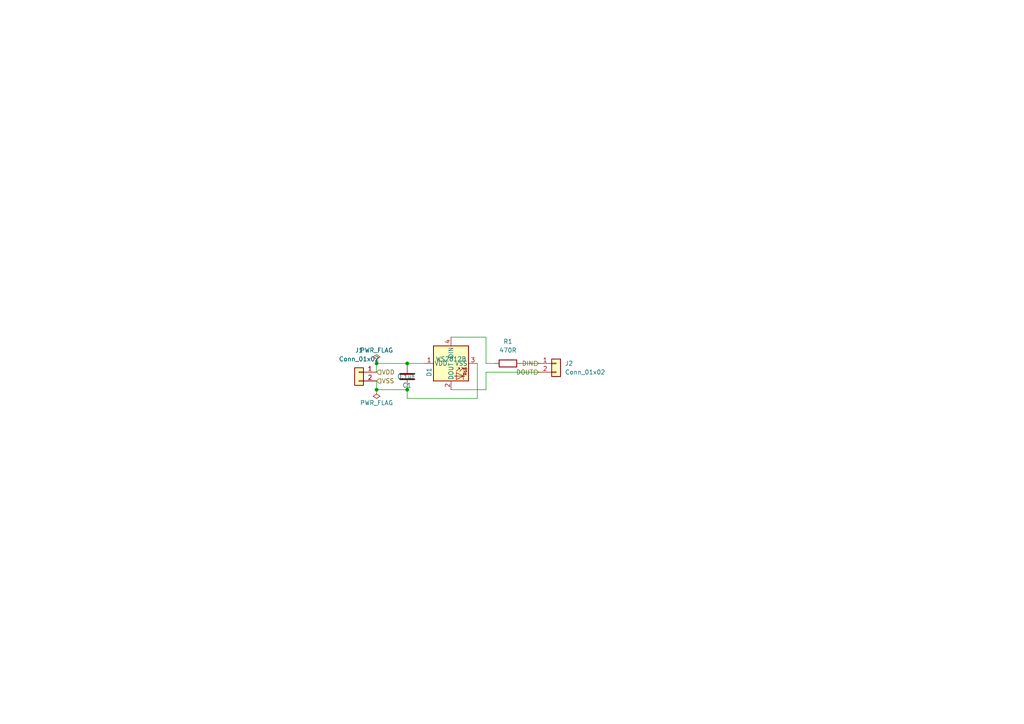
<source format=kicad_sch>
(kicad_sch (version 20221206) (generator eeschema)

  (uuid 1687299d-e6c1-4a30-a9c2-e0a34b7a9c0b)

  (paper "A4")

  (lib_symbols
    (symbol "Connector_Generic:Conn_01x02" (pin_names (offset 1.016) hide) (in_bom yes) (on_board yes)
      (property "Reference" "J" (at 0 2.54 0)
        (effects (font (size 1.27 1.27)))
      )
      (property "Value" "Conn_01x02" (at 0 -5.08 0)
        (effects (font (size 1.27 1.27)))
      )
      (property "Footprint" "" (at 0 0 0)
        (effects (font (size 1.27 1.27)) hide)
      )
      (property "Datasheet" "~" (at 0 0 0)
        (effects (font (size 1.27 1.27)) hide)
      )
      (property "ki_keywords" "connector" (at 0 0 0)
        (effects (font (size 1.27 1.27)) hide)
      )
      (property "ki_description" "Generic connector, single row, 01x02, script generated (kicad-library-utils/schlib/autogen/connector/)" (at 0 0 0)
        (effects (font (size 1.27 1.27)) hide)
      )
      (property "ki_fp_filters" "Connector*:*_1x??_*" (at 0 0 0)
        (effects (font (size 1.27 1.27)) hide)
      )
      (symbol "Conn_01x02_1_1"
        (rectangle (start -1.27 -2.413) (end 0 -2.667)
          (stroke (width 0.1524) (type default))
          (fill (type none))
        )
        (rectangle (start -1.27 0.127) (end 0 -0.127)
          (stroke (width 0.1524) (type default))
          (fill (type none))
        )
        (rectangle (start -1.27 1.27) (end 1.27 -3.81)
          (stroke (width 0.254) (type default))
          (fill (type background))
        )
        (pin passive line (at -5.08 0 0) (length 3.81)
          (name "Pin_1" (effects (font (size 1.27 1.27))))
          (number "1" (effects (font (size 1.27 1.27))))
        )
        (pin passive line (at -5.08 -2.54 0) (length 3.81)
          (name "Pin_2" (effects (font (size 1.27 1.27))))
          (number "2" (effects (font (size 1.27 1.27))))
        )
      )
    )
    (symbol "Device:C" (pin_numbers hide) (pin_names (offset 0.254)) (in_bom yes) (on_board yes)
      (property "Reference" "C" (at 0.635 2.54 0)
        (effects (font (size 1.27 1.27)) (justify left))
      )
      (property "Value" "C" (at 0.635 -2.54 0)
        (effects (font (size 1.27 1.27)) (justify left))
      )
      (property "Footprint" "" (at 0.9652 -3.81 0)
        (effects (font (size 1.27 1.27)) hide)
      )
      (property "Datasheet" "~" (at 0 0 0)
        (effects (font (size 1.27 1.27)) hide)
      )
      (property "ki_keywords" "cap capacitor" (at 0 0 0)
        (effects (font (size 1.27 1.27)) hide)
      )
      (property "ki_description" "Unpolarized capacitor" (at 0 0 0)
        (effects (font (size 1.27 1.27)) hide)
      )
      (property "ki_fp_filters" "C_*" (at 0 0 0)
        (effects (font (size 1.27 1.27)) hide)
      )
      (symbol "C_0_1"
        (polyline
          (pts
            (xy -2.032 -0.762)
            (xy 2.032 -0.762)
          )
          (stroke (width 0.508) (type default))
          (fill (type none))
        )
        (polyline
          (pts
            (xy -2.032 0.762)
            (xy 2.032 0.762)
          )
          (stroke (width 0.508) (type default))
          (fill (type none))
        )
      )
      (symbol "C_1_1"
        (pin passive line (at 0 3.81 270) (length 2.794)
          (name "~" (effects (font (size 1.27 1.27))))
          (number "1" (effects (font (size 1.27 1.27))))
        )
        (pin passive line (at 0 -3.81 90) (length 2.794)
          (name "~" (effects (font (size 1.27 1.27))))
          (number "2" (effects (font (size 1.27 1.27))))
        )
      )
    )
    (symbol "Device:R" (pin_numbers hide) (pin_names (offset 0)) (in_bom yes) (on_board yes)
      (property "Reference" "R" (at 2.032 0 90)
        (effects (font (size 1.27 1.27)))
      )
      (property "Value" "R" (at 0 0 90)
        (effects (font (size 1.27 1.27)))
      )
      (property "Footprint" "" (at -1.778 0 90)
        (effects (font (size 1.27 1.27)) hide)
      )
      (property "Datasheet" "~" (at 0 0 0)
        (effects (font (size 1.27 1.27)) hide)
      )
      (property "ki_keywords" "R res resistor" (at 0 0 0)
        (effects (font (size 1.27 1.27)) hide)
      )
      (property "ki_description" "Resistor" (at 0 0 0)
        (effects (font (size 1.27 1.27)) hide)
      )
      (property "ki_fp_filters" "R_*" (at 0 0 0)
        (effects (font (size 1.27 1.27)) hide)
      )
      (symbol "R_0_1"
        (rectangle (start -1.016 -2.54) (end 1.016 2.54)
          (stroke (width 0.254) (type default))
          (fill (type none))
        )
      )
      (symbol "R_1_1"
        (pin passive line (at 0 3.81 270) (length 1.27)
          (name "~" (effects (font (size 1.27 1.27))))
          (number "1" (effects (font (size 1.27 1.27))))
        )
        (pin passive line (at 0 -3.81 90) (length 1.27)
          (name "~" (effects (font (size 1.27 1.27))))
          (number "2" (effects (font (size 1.27 1.27))))
        )
      )
    )
    (symbol "LED:WS2812B" (pin_names (offset 0.254)) (in_bom yes) (on_board yes)
      (property "Reference" "D" (at 5.08 5.715 0)
        (effects (font (size 1.27 1.27)) (justify right bottom))
      )
      (property "Value" "WS2812B" (at 1.27 -5.715 0)
        (effects (font (size 1.27 1.27)) (justify left top))
      )
      (property "Footprint" "LED_SMD:LED_WS2812B_PLCC4_5.0x5.0mm_P3.2mm" (at 1.27 -7.62 0)
        (effects (font (size 1.27 1.27)) (justify left top) hide)
      )
      (property "Datasheet" "https://cdn-shop.adafruit.com/datasheets/WS2812B.pdf" (at 2.54 -9.525 0)
        (effects (font (size 1.27 1.27)) (justify left top) hide)
      )
      (property "ki_keywords" "RGB LED NeoPixel addressable" (at 0 0 0)
        (effects (font (size 1.27 1.27)) hide)
      )
      (property "ki_description" "RGB LED with integrated controller" (at 0 0 0)
        (effects (font (size 1.27 1.27)) hide)
      )
      (property "ki_fp_filters" "LED*WS2812*PLCC*5.0x5.0mm*P3.2mm*" (at 0 0 0)
        (effects (font (size 1.27 1.27)) hide)
      )
      (symbol "WS2812B_0_0"
        (text "RGB" (at 2.286 -4.191 0)
          (effects (font (size 0.762 0.762)))
        )
      )
      (symbol "WS2812B_0_1"
        (polyline
          (pts
            (xy 1.27 -3.556)
            (xy 1.778 -3.556)
          )
          (stroke (width 0) (type default))
          (fill (type none))
        )
        (polyline
          (pts
            (xy 1.27 -2.54)
            (xy 1.778 -2.54)
          )
          (stroke (width 0) (type default))
          (fill (type none))
        )
        (polyline
          (pts
            (xy 4.699 -3.556)
            (xy 2.667 -3.556)
          )
          (stroke (width 0) (type default))
          (fill (type none))
        )
        (polyline
          (pts
            (xy 2.286 -2.54)
            (xy 1.27 -3.556)
            (xy 1.27 -3.048)
          )
          (stroke (width 0) (type default))
          (fill (type none))
        )
        (polyline
          (pts
            (xy 2.286 -1.524)
            (xy 1.27 -2.54)
            (xy 1.27 -2.032)
          )
          (stroke (width 0) (type default))
          (fill (type none))
        )
        (polyline
          (pts
            (xy 3.683 -1.016)
            (xy 3.683 -3.556)
            (xy 3.683 -4.064)
          )
          (stroke (width 0) (type default))
          (fill (type none))
        )
        (polyline
          (pts
            (xy 4.699 -1.524)
            (xy 2.667 -1.524)
            (xy 3.683 -3.556)
            (xy 4.699 -1.524)
          )
          (stroke (width 0) (type default))
          (fill (type none))
        )
        (rectangle (start 5.08 5.08) (end -5.08 -5.08)
          (stroke (width 0.254) (type default))
          (fill (type background))
        )
      )
      (symbol "WS2812B_1_1"
        (pin power_in line (at 0 7.62 270) (length 2.54)
          (name "VDD" (effects (font (size 1.27 1.27))))
          (number "1" (effects (font (size 1.27 1.27))))
        )
        (pin output line (at 7.62 0 180) (length 2.54)
          (name "DOUT" (effects (font (size 1.27 1.27))))
          (number "2" (effects (font (size 1.27 1.27))))
        )
        (pin power_in line (at 0 -7.62 90) (length 2.54)
          (name "VSS" (effects (font (size 1.27 1.27))))
          (number "3" (effects (font (size 1.27 1.27))))
        )
        (pin input line (at -7.62 0 0) (length 2.54)
          (name "DIN" (effects (font (size 1.27 1.27))))
          (number "4" (effects (font (size 1.27 1.27))))
        )
      )
    )
    (symbol "power:PWR_FLAG" (power) (pin_numbers hide) (pin_names (offset 0) hide) (in_bom yes) (on_board yes)
      (property "Reference" "#FLG" (at 0 1.905 0)
        (effects (font (size 1.27 1.27)) hide)
      )
      (property "Value" "PWR_FLAG" (at 0 3.81 0)
        (effects (font (size 1.27 1.27)))
      )
      (property "Footprint" "" (at 0 0 0)
        (effects (font (size 1.27 1.27)) hide)
      )
      (property "Datasheet" "~" (at 0 0 0)
        (effects (font (size 1.27 1.27)) hide)
      )
      (property "ki_keywords" "flag power" (at 0 0 0)
        (effects (font (size 1.27 1.27)) hide)
      )
      (property "ki_description" "Special symbol for telling ERC where power comes from" (at 0 0 0)
        (effects (font (size 1.27 1.27)) hide)
      )
      (symbol "PWR_FLAG_0_0"
        (pin power_out line (at 0 0 90) (length 0)
          (name "pwr" (effects (font (size 1.27 1.27))))
          (number "1" (effects (font (size 1.27 1.27))))
        )
      )
      (symbol "PWR_FLAG_0_1"
        (polyline
          (pts
            (xy 0 0)
            (xy 0 1.27)
            (xy -1.016 1.905)
            (xy 0 2.54)
            (xy 1.016 1.905)
            (xy 0 1.27)
          )
          (stroke (width 0) (type default))
          (fill (type none))
        )
      )
    )
  )

  (junction (at 109.22 105.41) (diameter 0) (color 0 0 0 0)
    (uuid 008c8d81-72da-4cf5-8bee-9249e9c12513)
  )
  (junction (at 109.22 113.03) (diameter 0) (color 0 0 0 0)
    (uuid 5c0db6d7-04ba-4b40-9c0e-4e5f014f3d9b)
  )
  (junction (at 118.11 113.03) (diameter 0) (color 0 0 0 0)
    (uuid 68bcefd8-2852-44fa-875c-e108a5a386dc)
  )
  (junction (at 118.11 105.41) (diameter 0) (color 0 0 0 0)
    (uuid f04c5762-a3ba-4dfe-b5f9-a1a468877ea0)
  )

  (wire (pts (xy 140.97 97.79) (xy 140.97 105.41))
    (stroke (width 0) (type default))
    (uuid 0bb382a1-096c-4894-9c2b-bb91e702de75)
  )
  (wire (pts (xy 130.81 97.79) (xy 140.97 97.79))
    (stroke (width 0) (type default))
    (uuid 2bf5c1a0-285a-4375-93fb-651f036d3356)
  )
  (wire (pts (xy 140.97 113.03) (xy 140.97 107.95))
    (stroke (width 0) (type default))
    (uuid 5641c3e8-7388-4915-9ede-6e2198b5a961)
  )
  (wire (pts (xy 118.11 115.57) (xy 118.11 113.03))
    (stroke (width 0) (type default))
    (uuid 6547eda2-3522-4660-a353-97d033fc9df8)
  )
  (wire (pts (xy 118.11 113.03) (xy 109.22 113.03))
    (stroke (width 0) (type default))
    (uuid 99701894-0c25-4dc2-b5b4-f30321e95c1b)
  )
  (wire (pts (xy 138.43 105.41) (xy 138.43 115.57))
    (stroke (width 0) (type default))
    (uuid 9d19dee9-c272-46c3-9a67-bbe1f5095f4c)
  )
  (wire (pts (xy 130.81 113.03) (xy 140.97 113.03))
    (stroke (width 0) (type default))
    (uuid a5b470e1-59d3-44cb-88fb-8e1603d2cf39)
  )
  (wire (pts (xy 109.22 105.41) (xy 109.22 107.95))
    (stroke (width 0) (type default))
    (uuid aa5918f7-6657-4dad-8179-8d143ef8c348)
  )
  (wire (pts (xy 118.11 105.41) (xy 123.19 105.41))
    (stroke (width 0) (type default))
    (uuid bbc086eb-5f7d-4718-8bbb-7362ab281160)
  )
  (wire (pts (xy 140.97 105.41) (xy 143.51 105.41))
    (stroke (width 0) (type default))
    (uuid c76f5394-f90b-4f78-bfed-8e66d5a82efd)
  )
  (wire (pts (xy 140.97 107.95) (xy 156.21 107.95))
    (stroke (width 0) (type default))
    (uuid d7110e04-48e8-4317-b5c9-f44c9b3de0ff)
  )
  (wire (pts (xy 156.21 105.41) (xy 151.13 105.41))
    (stroke (width 0) (type default))
    (uuid e4bfe92e-5828-4a5a-9700-4e257e360617)
  )
  (wire (pts (xy 109.22 110.49) (xy 109.22 113.03))
    (stroke (width 0) (type default))
    (uuid eb5c30f3-b9ec-4d38-a334-eba03dd5e9e4)
  )
  (wire (pts (xy 118.11 105.41) (xy 109.22 105.41))
    (stroke (width 0) (type default))
    (uuid f1d49e44-dce6-48be-98dc-9f587c75da65)
  )
  (wire (pts (xy 138.43 115.57) (xy 118.11 115.57))
    (stroke (width 0) (type default))
    (uuid f78ad4ad-1036-47b9-a88f-dfa556997465)
  )

  (hierarchical_label "VSS" (shape input) (at 109.22 110.49 0) (fields_autoplaced)
    (effects (font (size 1.27 1.27)) (justify left))
    (uuid 2c3bad5f-ada2-4df3-bb8e-a539d65924af)
  )
  (hierarchical_label "DIN" (shape input) (at 156.21 105.41 180) (fields_autoplaced)
    (effects (font (size 1.27 1.27)) (justify right))
    (uuid 3c663dde-147f-4c42-ac8a-77b0805acc81)
  )
  (hierarchical_label "DOUT" (shape input) (at 156.21 107.95 180) (fields_autoplaced)
    (effects (font (size 1.27 1.27)) (justify right))
    (uuid 8affa0cd-c7ee-4fa3-9efe-83626fe6bc9f)
  )
  (hierarchical_label "VDD" (shape input) (at 109.22 107.95 0) (fields_autoplaced)
    (effects (font (size 1.27 1.27)) (justify left))
    (uuid 8f5ed7cb-a236-4a09-8a5c-53333b8c6834)
  )

  (symbol (lib_id "LED:WS2812B") (at 130.81 105.41 90) (mirror x) (unit 1)
    (in_bom yes) (on_board yes) (dnp no)
    (uuid 1bb89f09-ffa7-4d1f-9fb4-f13bd2074154)
    (property "Reference" "D1" (at 124.46 107.95 0)
      (effects (font (size 1.27 1.27)))
    )
    (property "Value" "WS2812B" (at 130.81 104.14 90)
      (effects (font (size 1.27 1.27)))
    )
    (property "Footprint" "LED_SMD:LED_WS2812B_PLCC4_5.0x5.0mm_P3.2mm" (at 138.43 106.68 0)
      (effects (font (size 1.27 1.27)) (justify left top) hide)
    )
    (property "Datasheet" "https://cdn-shop.adafruit.com/datasheets/WS2812B.pdf" (at 140.335 107.95 0)
      (effects (font (size 1.27 1.27)) (justify left top) hide)
    )
    (pin "1" (uuid bff0d85b-a419-419e-88ce-be109c0c67d5))
    (pin "2" (uuid 8a1e20b7-d33c-4593-955a-6850cacb880d))
    (pin "3" (uuid 0ff7f3fa-b873-41a7-9c93-9d5579f56534))
    (pin "4" (uuid dcfd90b2-ed51-420a-9eb7-9aa7391d78f2))
    (instances
      (project "neopixel_adapter"
        (path "/b1c0de69-93b4-4fb0-a86b-c0fd14a42cd2"
          (reference "D1") (unit 1)
        )
        (path "/b1c0de69-93b4-4fb0-a86b-c0fd14a42cd2/230538f3-492c-427d-be8c-24712d7dd50d"
          (reference "D1") (unit 1)
        )
        (path "/b1c0de69-93b4-4fb0-a86b-c0fd14a42cd2/a8e8c7fe-a248-4537-8b81-ca4065f256d3"
          (reference "D2") (unit 1)
        )
        (path "/b1c0de69-93b4-4fb0-a86b-c0fd14a42cd2/56685928-76ea-4bf0-a494-694314fb800d"
          (reference "D3") (unit 1)
        )
        (path "/b1c0de69-93b4-4fb0-a86b-c0fd14a42cd2/4deabb61-1047-4979-8e4d-734d79cafd61"
          (reference "D4") (unit 1)
        )
      )
    )
  )

  (symbol (lib_id "Connector_Generic:Conn_01x02") (at 161.29 105.41 0) (unit 1)
    (in_bom yes) (on_board yes) (dnp no)
    (uuid 230751b2-5b9c-4199-bb20-d0b4ed6d2e1c)
    (property "Reference" "J2" (at 163.83 105.4099 0)
      (effects (font (size 1.27 1.27)) (justify left))
    )
    (property "Value" "Conn_01x02" (at 163.83 107.9499 0)
      (effects (font (size 1.27 1.27)) (justify left))
    )
    (property "Footprint" "Connector_PinHeader_2.54mm:PinHeader_1x02_P2.54mm_Vertical" (at 161.29 105.41 0)
      (effects (font (size 1.27 1.27)) hide)
    )
    (property "Datasheet" "~" (at 161.29 105.41 0)
      (effects (font (size 1.27 1.27)) hide)
    )
    (pin "1" (uuid d06e5470-ba0f-4c0e-a7a7-b110a19d8b22))
    (pin "2" (uuid 3873f89c-6e40-4aa5-a18f-06df15b828e1))
    (instances
      (project "neopixel_adapter"
        (path "/b1c0de69-93b4-4fb0-a86b-c0fd14a42cd2"
          (reference "J2") (unit 1)
        )
        (path "/b1c0de69-93b4-4fb0-a86b-c0fd14a42cd2/230538f3-492c-427d-be8c-24712d7dd50d"
          (reference "J2") (unit 1)
        )
        (path "/b1c0de69-93b4-4fb0-a86b-c0fd14a42cd2/a8e8c7fe-a248-4537-8b81-ca4065f256d3"
          (reference "J4") (unit 1)
        )
        (path "/b1c0de69-93b4-4fb0-a86b-c0fd14a42cd2/56685928-76ea-4bf0-a494-694314fb800d"
          (reference "J6") (unit 1)
        )
        (path "/b1c0de69-93b4-4fb0-a86b-c0fd14a42cd2/4deabb61-1047-4979-8e4d-734d79cafd61"
          (reference "J8") (unit 1)
        )
      )
    )
  )

  (symbol (lib_id "Device:C") (at 118.11 109.22 0) (mirror x) (unit 1)
    (in_bom yes) (on_board yes) (dnp no)
    (uuid 234b3a71-67e5-4dc5-b15b-8e602c021394)
    (property "Reference" "C1" (at 119.38 111.76 0)
      (effects (font (size 1.27 1.27)) (justify right))
    )
    (property "Value" "0.1uF" (at 120.65 109.22 0)
      (effects (font (size 1.27 1.27)) (justify right))
    )
    (property "Footprint" "Capacitor_SMD:C_0805_2012Metric_Pad1.18x1.45mm_HandSolder" (at 119.0752 105.41 0)
      (effects (font (size 1.27 1.27)) hide)
    )
    (property "Datasheet" "~" (at 118.11 109.22 0)
      (effects (font (size 1.27 1.27)) hide)
    )
    (pin "1" (uuid 30a729f5-ad49-4aec-a558-db132c9a0bb7))
    (pin "2" (uuid 52a2b001-8b52-4ea0-b093-7bd60884399d))
    (instances
      (project "neopixel_adapter"
        (path "/b1c0de69-93b4-4fb0-a86b-c0fd14a42cd2"
          (reference "C1") (unit 1)
        )
        (path "/b1c0de69-93b4-4fb0-a86b-c0fd14a42cd2/230538f3-492c-427d-be8c-24712d7dd50d"
          (reference "C1") (unit 1)
        )
        (path "/b1c0de69-93b4-4fb0-a86b-c0fd14a42cd2/a8e8c7fe-a248-4537-8b81-ca4065f256d3"
          (reference "C2") (unit 1)
        )
        (path "/b1c0de69-93b4-4fb0-a86b-c0fd14a42cd2/56685928-76ea-4bf0-a494-694314fb800d"
          (reference "C3") (unit 1)
        )
        (path "/b1c0de69-93b4-4fb0-a86b-c0fd14a42cd2/4deabb61-1047-4979-8e4d-734d79cafd61"
          (reference "C4") (unit 1)
        )
      )
    )
  )

  (symbol (lib_id "Connector_Generic:Conn_01x02") (at 104.14 107.95 0) (mirror y) (unit 1)
    (in_bom yes) (on_board yes) (dnp no)
    (uuid 6f110977-5ddd-403f-b323-9c50e632d0d6)
    (property "Reference" "J1" (at 104.14 101.6 0)
      (effects (font (size 1.27 1.27)))
    )
    (property "Value" "Conn_01x02" (at 104.14 104.14 0)
      (effects (font (size 1.27 1.27)))
    )
    (property "Footprint" "Connector_PinHeader_2.54mm:PinHeader_1x02_P2.54mm_Vertical" (at 104.14 107.95 0)
      (effects (font (size 1.27 1.27)) hide)
    )
    (property "Datasheet" "~" (at 104.14 107.95 0)
      (effects (font (size 1.27 1.27)) hide)
    )
    (pin "1" (uuid bb44f019-e577-4d8d-8d90-7341fc21611f))
    (pin "2" (uuid 19b1300d-7d3d-4d9e-bb01-d93537afc7f1))
    (instances
      (project "neopixel_adapter"
        (path "/b1c0de69-93b4-4fb0-a86b-c0fd14a42cd2"
          (reference "J1") (unit 1)
        )
        (path "/b1c0de69-93b4-4fb0-a86b-c0fd14a42cd2/230538f3-492c-427d-be8c-24712d7dd50d"
          (reference "J1") (unit 1)
        )
        (path "/b1c0de69-93b4-4fb0-a86b-c0fd14a42cd2/a8e8c7fe-a248-4537-8b81-ca4065f256d3"
          (reference "J3") (unit 1)
        )
        (path "/b1c0de69-93b4-4fb0-a86b-c0fd14a42cd2/56685928-76ea-4bf0-a494-694314fb800d"
          (reference "J5") (unit 1)
        )
        (path "/b1c0de69-93b4-4fb0-a86b-c0fd14a42cd2/4deabb61-1047-4979-8e4d-734d79cafd61"
          (reference "J7") (unit 1)
        )
      )
    )
  )

  (symbol (lib_id "Device:R") (at 147.32 105.41 270) (mirror x) (unit 1)
    (in_bom yes) (on_board yes) (dnp no) (fields_autoplaced)
    (uuid 8de8dca1-9867-4118-947f-90e95602bfa8)
    (property "Reference" "R1" (at 147.32 99.06 90)
      (effects (font (size 1.27 1.27)))
    )
    (property "Value" "470R" (at 147.32 101.6 90)
      (effects (font (size 1.27 1.27)))
    )
    (property "Footprint" "Resistor_SMD:R_0805_2012Metric_Pad1.20x1.40mm_HandSolder" (at 147.32 107.188 90)
      (effects (font (size 1.27 1.27)) hide)
    )
    (property "Datasheet" "~" (at 147.32 105.41 0)
      (effects (font (size 1.27 1.27)) hide)
    )
    (pin "1" (uuid 6a1c9f90-c52b-440f-b2be-74439eff52f5))
    (pin "2" (uuid 5c8d9ba2-3a9c-45ed-ab5b-2d3a1875739f))
    (instances
      (project "neopixel_adapter"
        (path "/b1c0de69-93b4-4fb0-a86b-c0fd14a42cd2"
          (reference "R1") (unit 1)
        )
        (path "/b1c0de69-93b4-4fb0-a86b-c0fd14a42cd2/230538f3-492c-427d-be8c-24712d7dd50d"
          (reference "R1") (unit 1)
        )
        (path "/b1c0de69-93b4-4fb0-a86b-c0fd14a42cd2/a8e8c7fe-a248-4537-8b81-ca4065f256d3"
          (reference "R2") (unit 1)
        )
        (path "/b1c0de69-93b4-4fb0-a86b-c0fd14a42cd2/56685928-76ea-4bf0-a494-694314fb800d"
          (reference "R3") (unit 1)
        )
        (path "/b1c0de69-93b4-4fb0-a86b-c0fd14a42cd2/4deabb61-1047-4979-8e4d-734d79cafd61"
          (reference "R4") (unit 1)
        )
      )
    )
  )

  (symbol (lib_id "power:PWR_FLAG") (at 109.22 105.41 0) (unit 1)
    (in_bom yes) (on_board yes) (dnp no) (fields_autoplaced)
    (uuid 9274fa8c-dcc6-4e42-9410-caf08817dbf7)
    (property "Reference" "#FLG04" (at 109.22 103.505 0)
      (effects (font (size 1.27 1.27)) hide)
    )
    (property "Value" "PWR_FLAG" (at 109.22 101.6 0)
      (effects (font (size 1.27 1.27)))
    )
    (property "Footprint" "" (at 109.22 105.41 0)
      (effects (font (size 1.27 1.27)) hide)
    )
    (property "Datasheet" "~" (at 109.22 105.41 0)
      (effects (font (size 1.27 1.27)) hide)
    )
    (pin "1" (uuid 4998eb15-0434-49c2-9e17-7c9329de42a5))
    (instances
      (project "neopixel_adapter"
        (path "/b1c0de69-93b4-4fb0-a86b-c0fd14a42cd2/4deabb61-1047-4979-8e4d-734d79cafd61"
          (reference "#FLG04") (unit 1)
        )
        (path "/b1c0de69-93b4-4fb0-a86b-c0fd14a42cd2/230538f3-492c-427d-be8c-24712d7dd50d"
          (reference "#FLG01") (unit 1)
        )
        (path "/b1c0de69-93b4-4fb0-a86b-c0fd14a42cd2/a8e8c7fe-a248-4537-8b81-ca4065f256d3"
          (reference "#FLG02") (unit 1)
        )
        (path "/b1c0de69-93b4-4fb0-a86b-c0fd14a42cd2/56685928-76ea-4bf0-a494-694314fb800d"
          (reference "#FLG03") (unit 1)
        )
      )
    )
  )

  (symbol (lib_id "power:PWR_FLAG") (at 109.22 113.03 0) (mirror x) (unit 1)
    (in_bom yes) (on_board yes) (dnp no)
    (uuid e9cc6839-708e-4c0d-bb3f-7986127c0687)
    (property "Reference" "#FLG08" (at 109.22 114.935 0)
      (effects (font (size 1.27 1.27)) hide)
    )
    (property "Value" "PWR_FLAG" (at 109.22 116.84 0)
      (effects (font (size 1.27 1.27)))
    )
    (property "Footprint" "" (at 109.22 113.03 0)
      (effects (font (size 1.27 1.27)) hide)
    )
    (property "Datasheet" "~" (at 109.22 113.03 0)
      (effects (font (size 1.27 1.27)) hide)
    )
    (pin "1" (uuid 645800f7-b0e5-495f-b939-774305e0a0a6))
    (instances
      (project "neopixel_adapter"
        (path "/b1c0de69-93b4-4fb0-a86b-c0fd14a42cd2/4deabb61-1047-4979-8e4d-734d79cafd61"
          (reference "#FLG08") (unit 1)
        )
        (path "/b1c0de69-93b4-4fb0-a86b-c0fd14a42cd2/230538f3-492c-427d-be8c-24712d7dd50d"
          (reference "#FLG05") (unit 1)
        )
        (path "/b1c0de69-93b4-4fb0-a86b-c0fd14a42cd2/a8e8c7fe-a248-4537-8b81-ca4065f256d3"
          (reference "#FLG06") (unit 1)
        )
        (path "/b1c0de69-93b4-4fb0-a86b-c0fd14a42cd2/56685928-76ea-4bf0-a494-694314fb800d"
          (reference "#FLG07") (unit 1)
        )
      )
    )
  )
)

</source>
